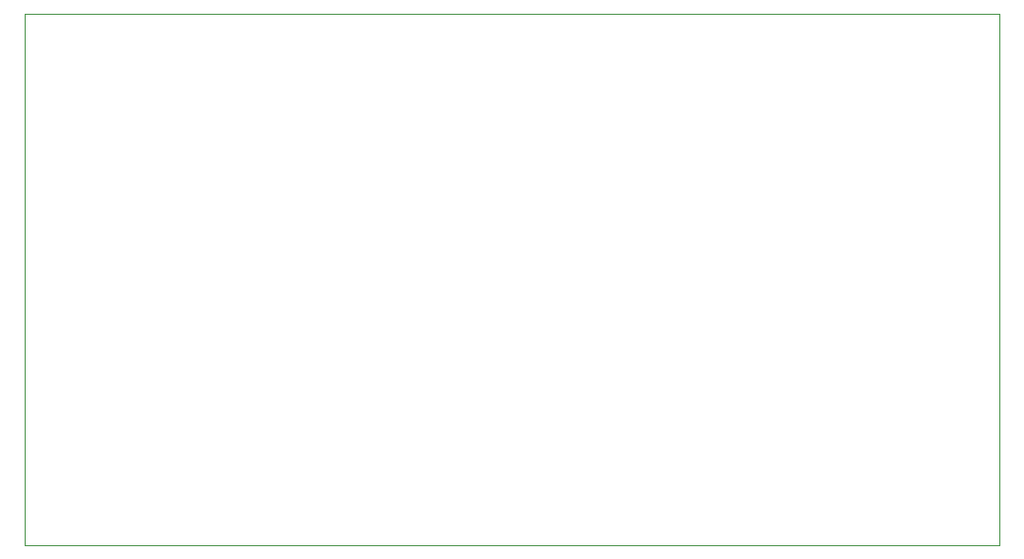
<source format=gbr>
%TF.GenerationSoftware,KiCad,Pcbnew,9.0.0*%
%TF.CreationDate,2026-02-26T12:38:33+00:00*%
%TF.ProjectId,GuitarMixer,47756974-6172-44d6-9978-65722e6b6963,V1.3*%
%TF.SameCoordinates,Original*%
%TF.FileFunction,Profile,NP*%
%FSLAX46Y46*%
G04 Gerber Fmt 4.6, Leading zero omitted, Abs format (unit mm)*
G04 Created by KiCad (PCBNEW 9.0.0) date 2026-02-26 12:38:33*
%MOMM*%
%LPD*%
G01*
G04 APERTURE LIST*
%TA.AperFunction,Profile*%
%ADD10C,0.050000*%
%TD*%
G04 APERTURE END LIST*
D10*
X105975000Y-70400000D02*
X189625000Y-70400000D01*
X189625000Y-116050000D01*
X105975000Y-116050000D01*
X105975000Y-70400000D01*
M02*

</source>
